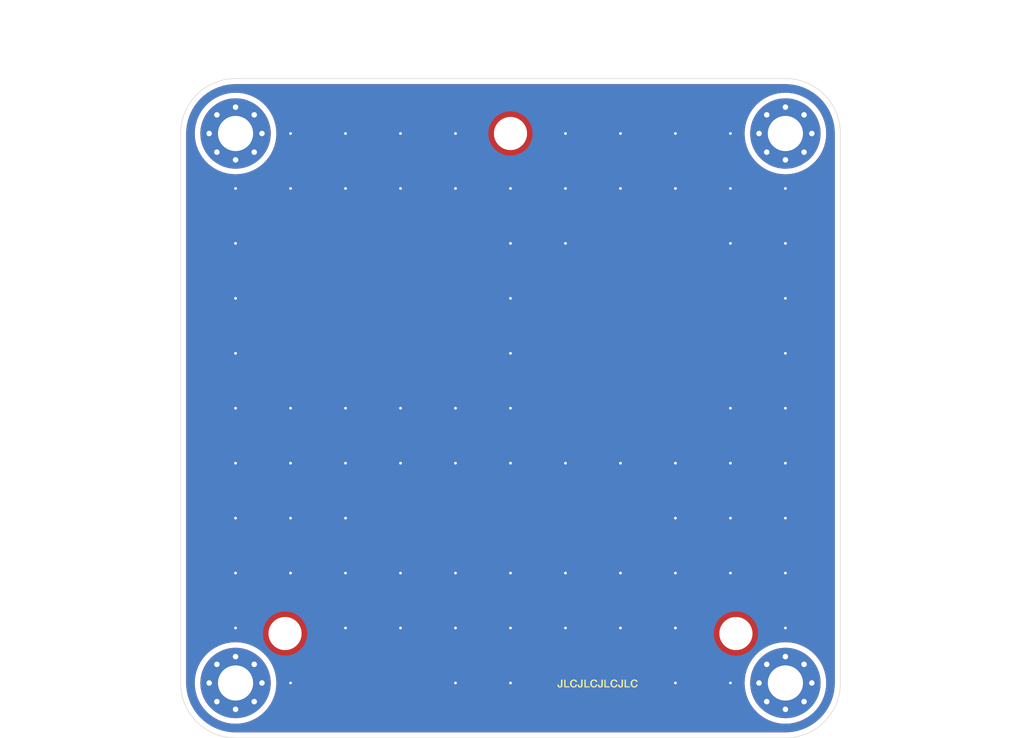
<source format=kicad_pcb>
(kicad_pcb (version 20211014) (generator pcbnew)
  (layers (0 "F.Cu" signal) (31 "B.Cu" signal) (34 "B.Paste" user) (35 "F.Paste" user) (36 "B.SilkS" user "B.Silkscreen") (37 "F.SilkS" user "F.Silkscreen") (38 "B.Mask" user) (39 "F.Mask" user) (44 "Edge.Cuts" user))
  (net 0 "")
  (net 1 "GND")
  (footprint "Franz-Lib:MountingHole_3.2mm_M3_Pad_Via_NoSilk" (layer "F.Cu") (at 123 122)
    (fp_text reference "H4" hide)
    (fp_text value "M3" hide)
    (pad "1" thru_hole circle (at 0 2.4) (size 0.8 0.8) (drill 0.5) (layers *.Cu *.Mask))
    (pad "1" thru_hole circle (at -1.697056 1.697056) (size 0.8 0.8) (drill 0.5) (layers *.Cu *.Mask))
    (pad "1" thru_hole circle (at -1.697056 -1.697056) (size 0.8 0.8) (drill 0.5) (layers *.Cu *.Mask))
    (pad "1" thru_hole circle (at 1.697056 1.697056) (size 0.8 0.8) (drill 0.5) (layers *.Cu *.Mask))
    (pad "1" thru_hole circle (at -2.4 0) (size 0.8 0.8) (drill 0.5) (layers *.Cu *.Mask))
    (pad "1" thru_hole circle (at 1.697056 -1.697056) (size 0.8 0.8) (drill 0.5) (layers *.Cu *.Mask))
    (pad "1" thru_hole circle (at 2.4 0) (size 0.8 0.8) (drill 0.5) (layers *.Cu *.Mask))
    (pad "1" thru_hole circle (at 0 0) (size 6.4 6.4) (drill 3.2) (layers *.Cu *.Mask))
    (pad "1" thru_hole circle (at 0 -2.4) (size 0.8 0.8) (drill 0.5) (layers *.Cu *.Mask))
  )
  (footprint "Design-Lib:GNSS-3-T-Mask" (layer "F.Cu") (at 148 97)
    (fp_text reference "G***" hide)
    (fp_text value "LOGO" hide)
  )
  (footprint "Franz-Lib:Mounting_Wuerth_WA-SMSI-M2_H6mm_9774060243" (layer "F.Cu") (at 168.5 117.5)
    (fp_text reference "J3" hide)
    (fp_text value "SMT Threaded Spacer")
    (pad "" np_thru_hole circle (at 0 0) (size 3 3) (drill 3) (layers *.Cu *.Mask))
    (pad "1" smd custom (at 2.075 0) (size 0.75 0.75) (layers "F.Cu" "F.Mask") (net 1 "GND") (options (clearance outline) (anchor circle)) (primitives (gr_circle (center -2.075 0) (end 0 0) (width 1.15))))
    (pad "1" smd circle (at 0 2.075) (size 0.75 0.75) (layers "F.Cu") (net 1 "GND"))
    (pad "1" smd circle (at 0 -2.075) (size 0.75 0.75) (layers "F.Cu") (net 1 "GND"))
    (pad "1" smd circle (at -2.075 0) (size 0.75 0.75) (layers "F.Cu") (net 1 "GND"))
  )
  (footprint "Franz-Lib:MountingHole_3.2mm_M3_Pad_Via_NoSilk" (layer "F.Cu") (at 123 72)
    (fp_text reference "H2" hide)
    (fp_text value "M3" hide)
    (pad "1" thru_hole circle (at -2.4 0) (size 0.8 0.8) (drill 0.5) (layers *.Cu *.Mask))
    (pad "1" thru_hole circle (at 0 0) (size 6.4 6.4) (drill 3.2) (layers *.Cu *.Mask))
    (pad "1" thru_hole circle (at 1.697056 1.697056) (size 0.8 0.8) (drill 0.5) (layers *.Cu *.Mask))
    (pad "1" thru_hole circle (at 0 2.4) (size 0.8 0.8) (drill 0.5) (layers *.Cu *.Mask))
    (pad "1" thru_hole circle (at -1.697056 -1.697056) (size 0.8 0.8) (drill 0.5) (layers *.Cu *.Mask))
    (pad "1" thru_hole circle (at 0 -2.4) (size 0.8 0.8) (drill 0.5) (layers *.Cu *.Mask))
    (pad "1" thru_hole circle (at 2.4 0) (size 0.8 0.8) (drill 0.5) (layers *.Cu *.Mask))
    (pad "1" thru_hole circle (at 1.697056 -1.697056) (size 0.8 0.8) (drill 0.5) (layers *.Cu *.Mask))
    (pad "1" thru_hole circle (at -1.697056 1.697056) (size 0.8 0.8) (drill 0.5) (layers *.Cu *.Mask))
  )
  (footprint "Franz-Lib:MountingHole_3.2mm_M3_Pad_Via_NoSilk" (layer "F.Cu") (at 173 122)
    (fp_text reference "H3" hide)
    (fp_text value "M3" hide)
    (pad "1" thru_hole circle (at 0 2.4) (size 0.8 0.8) (drill 0.5) (layers *.Cu *.Mask))
    (pad "1" thru_hole circle (at -1.697056 -1.697056) (size 0.8 0.8) (drill 0.5) (layers *.Cu *.Mask))
    (pad "1" thru_hole circle (at 0 0) (size 6.4 6.4) (drill 3.2) (layers *.Cu *.Mask))
    (pad "1" thru_hole circle (at -1.697056 1.697056) (size 0.8 0.8) (drill 0.5) (layers *.Cu *.Mask))
    (pad "1" thru_hole circle (at 0 -2.4) (size 0.8 0.8) (drill 0.5) (layers *.Cu *.Mask))
    (pad "1" thru_hole circle (at 2.4 0) (size 0.8 0.8) (drill 0.5) (layers *.Cu *.Mask))
    (pad "1" thru_hole circle (at 1.697056 1.697056) (size 0.8 0.8) (drill 0.5) (layers *.Cu *.Mask))
    (pad "1" thru_hole circle (at 1.697056 -1.697056) (size 0.8 0.8) (drill 0.5) (layers *.Cu *.Mask))
    (pad "1" thru_hole circle (at -2.4 0) (size 0.8 0.8) (drill 0.5) (layers *.Cu *.Mask))
  )
  (footprint "Franz-Lib:Mounting_Wuerth_WA-SMSI-M2_H6mm_9774060243" (layer "F.Cu") (at 148 72)
    (fp_text reference "J1" hide)
    (fp_text value "SMT Threaded Spacer")
    (pad "" np_thru_hole circle (at 0 0) (size 3 3) (drill 3) (layers *.Cu *.Mask))
    (pad "1" smd custom (at 2.075 0) (size 0.75 0.75) (layers "F.Cu" "F.Mask") (net 1 "GND") (options (clearance outline) (anchor circle)) (primitives (gr_circle (center -2.075 0) (end 0 0) (width 1.15))))
    (pad "1" smd circle (at 0 -2.075) (size 0.75 0.75) (layers "F.Cu") (net 1 "GND"))
    (pad "1" smd circle (at -2.075 0) (size 0.75 0.75) (layers "F.Cu") (net 1 "GND"))
    (pad "1" smd circle (at 0 2.075) (size 0.75 0.75) (layers "F.Cu") (net 1 "GND"))
  )
  (footprint "Design-Lib:GNSS-3-T-Silk" (layer "F.Cu") (at 148 97)
    (fp_text reference "G***" hide)
    (fp_text value "LOGO" hide)
    (fp_poly (pts (xy 11.375957 24.694211) (xy 11.46064 24.732013) (xy 11.523505 24.790856) (xy 11.537059 24.813067) (xy 11.561304 24.867994) (xy 11.560226 24.898025) (xy 11.531204 24.91007) (xy 11.499702 24.911538) (xy 11.448146 24.904456) (xy 11.422949 24.879688) (xy 11.420163 24.872247) (xy 11.387949 24.827999) (xy 11.331121 24.795344) (xy 11.263806 24.780755) (xy 11.225598 24.783108) (xy 11.167358 24.80616) (xy 11.115632 24.84502) (xy 11.115625 24.845027) (xy 11.091443 24.875322) (xy 11.077242 24.909681) (xy 11.070467 24.959201) (xy 11.068562 25.034975) (xy 11.068539 25.049438) (xy 11.069774 25.129268) (xy 11.075278 25.181087) (xy 11.087747 25.21593) (xy 11.109878 25.244831) (xy 11.118435 25.253623) (xy 11.173334 25.291605) (xy 11.237324 25.314694) (xy 11.239644 25.315092) (xy 11.290578 25.318363) (xy 11.329472 25.303205) (xy 11.370479 25.267143) (xy 11.407793 25.220805) (xy 11.428508 25.177557) (xy 11.43 25.167041) (xy 11.437112 25.139199) (xy 11.465549 25.127915) (xy 11.498385 25.126461) (xy 11.545904 25.133216) (xy 11.565478 25.156345) (xy 11.557826 25.200145) (xy 11.523662 25.268911) (xy 11.522487 25.270966) (xy 11.456623 25.349672) (xy 11.37032 25.399737) (xy 11.271548 25.419348) (xy 11.168279 25.406696) (xy 11.084889 25.370412) (xy 11.005785 25.302019) (xy 10.952406 25.21256) (xy 10.924728 25.110225) (xy 10.922726 25.003201) (xy 10.946377 24.899677) (xy 10.995657 24.807842) (xy 11.070541 24.735885) (xy 11.086786 24.725647) (xy 11.179452 24.689168) (xy 11.279035 24.67931)) (layer "F.SilkS") (width 0) (fill solid))
    (fp_poly (pts (xy 10.235023 25.001094) (xy 10.228385 25.305572) (xy 10.164577 25.362555) (xy 10.090398 25.406014) (xy 10.004129 25.422207) (xy 9.919223 25.410382) (xy 9.860462 25.379573) (xy 9.820267 25.330577) (xy 9.787578 25.260703) (xy 9.770324 25.18815) (xy 9.76934 25.170423) (xy 9.787043 25.152897) (xy 9.834946 25.146013) (xy 9.837616 25.146) (xy 9.884136 25.149906) (xy 9.903117 25.166466) (xy 9.906 25.190499) (xy 9.918734 25.245829) (xy 9.950268 25.2935) (xy 9.990602 25.320025) (xy 10.003405 25.321846) (xy 10.039 25.317558) (xy 10.064926 25.301263) (xy 10.082652 25.267813) (xy 10.093647 25.21206) (xy 10.09938 25.128857) (xy 10.10132 25.013056) (xy 10.101385 24.978527) (xy 10.101385 24.696615) (xy 10.241661 24.696615)) (layer "F.SilkS") (width 0) (fill solid))
    (fp_poly (pts (xy 7.702726 24.694211) (xy 7.787409 24.732013) (xy 7.850274 24.790856) (xy 7.863829 24.813067) (xy 7.888073 24.867994) (xy 7.886995 24.898025) (xy 7.857973 24.91007) (xy 7.826471 24.911538) (xy 7.774915 24.904456) (xy 7.749718 24.879688) (xy 7.746932 24.872247) (xy 7.714718 24.827999) (xy 7.65789 24.795344) (xy 7.590576 24.780755) (xy 7.552367 24.783108) (xy 7.494127 24.80616) (xy 7.442401 24.84502) (xy 7.442394 24.845027) (xy 7.418212 24.875322) (xy 7.404011 24.909681) (xy 7.397236 24.959201) (xy 7.395332 25.034975) (xy 7.395308 25.049438) (xy 7.396544 25.129268) (xy 7.402048 25.181087) (xy 7.414517 25.21593) (xy 7.436647 25.244831) (xy 7.445204 25.253623) (xy 7.500103 25.291605) (xy 7.564093 25.314694) (xy 7.566413 25.315092) (xy 7.617347 25.318363) (xy 7.656241 25.303205) (xy 7.697248 25.267143) (xy 7.734562 25.220805) (xy 7.755277 25.177557) (xy 7.75677 25.167041) (xy 7.763881 25.139199) (xy 7.792319 25.127915) (xy 7.825154 25.126461) (xy 7.872673 25.133216) (xy 7.892248 25.156345) (xy 7.884595 25.200145) (xy 7.850431 25.268911) (xy 7.849256 25.270966) (xy 7.783392 25.349672) (xy 7.697089 25.399737) (xy 7.598317 25.419348) (xy 7.495048 25.406696) (xy 7.411659 25.370412) (xy 7.332555 25.302019) (xy 7.279175 25.21256) (xy 7.251497 25.110225) (xy 7.249495 25.003201) (xy 7.273146 24.899677) (xy 7.322426 24.807842) (xy 7.39731 24.735885) (xy 7.413555 24.725647) (xy 7.506221 24.689168) (xy 7.605804 24.67931)) (layer "F.SilkS") (width 0) (fill solid))
    (fp_poly (pts (xy 6.561792 25.001094) (xy 6.555154 25.305572) (xy 6.491346 25.362555) (xy 6.417168 25.406014) (xy 6.330899 25.422207) (xy 6.245993 25.410382) (xy 6.187231 25.379573) (xy 6.147036 25.330577) (xy 6.114347 25.260703) (xy 6.097093 25.18815) (xy 6.096109 25.170423) (xy 6.113812 25.152897) (xy 6.161715 25.146013) (xy 6.164385 25.146) (xy 6.210905 25.149906) (xy 6.229887 25.166466) (xy 6.23277 25.190499) (xy 6.245503 25.245829) (xy 6.277037 25.2935) (xy 6.317371 25.320025) (xy 6.330174 25.321846) (xy 6.365769 25.317558) (xy 6.391695 25.301263) (xy 6.409421 25.267813) (xy 6.420416 25.21206) (xy 6.42615 25.128857) (xy 6.42809 25.013056) (xy 6.428154 24.978527) (xy 6.428154 24.696615) (xy 6.568431 24.696615)) (layer "F.SilkS") (width 0) (fill solid))
    (fp_poly (pts (xy 5.866111 24.694211) (xy 5.950794 24.732013) (xy 6.013659 24.790856) (xy 6.027213 24.813067) (xy 6.051458 24.867994) (xy 6.05038 24.898025) (xy 6.021357 24.91007) (xy 5.989856 24.911538) (xy 5.9383 24.904456) (xy 5.913103 24.879688) (xy 5.910317 24.872247) (xy 5.878103 24.827999) (xy 5.821275 24.795344) (xy 5.75396 24.780755) (xy 5.715752 24.783108) (xy 5.657512 24.80616) (xy 5.605786 24.84502) (xy 5.605779 24.845027) (xy 5.581597 24.875322) (xy 5.567396 24.909681) (xy 5.560621 24.959201) (xy 5.558716 25.034975) (xy 5.558693 25.049438) (xy 5.559928 25.129268) (xy 5.565432 25.181087) (xy 5.577901 25.21593) (xy 5.600032 25.244831) (xy 5.608589 25.253623) (xy 5.663488 25.291605) (xy 5.727478 25.314694) (xy 5.729798 25.315092) (xy 5.780732 25.318363) (xy 5.819626 25.303205) (xy 5.860632 25.267143) (xy 5.897947 25.220805) (xy 5.918661 25.177557) (xy 5.920154 25.167041) (xy 5.927265 25.139199) (xy 5.955703 25.127915) (xy 5.988539 25.126461) (xy 6.036058 25.133216) (xy 6.055632 25.156345) (xy 6.047979 25.200145) (xy 6.013816 25.268911) (xy 6.012641 25.270966) (xy 5.946777 25.349672) (xy 5.860474 25.399737) (xy 5.761702 25.419348) (xy 5.658432 25.406696) (xy 5.575043 25.370412) (xy 5.495939 25.302019) (xy 5.44256 25.21256) (xy 5.414882 25.110225) (xy 5.41288 25.003201) (xy 5.436531 24.899677) (xy 5.485811 24.807842) (xy 5.560695 24.735885) (xy 5.57694 24.725647) (xy 5.669606 24.689168) (xy 5.769189 24.67931)) (layer "F.SilkS") (width 0) (fill solid))
    (fp_poly (pts (xy 9.539342 24.694211) (xy 9.624024 24.732013) (xy 9.686889 24.790856) (xy 9.700444 24.813067) (xy 9.724689 24.867994) (xy 9.723611 24.898025) (xy 9.694588 24.91007) (xy 9.663086 24.911538) (xy 9.611531 24.904456) (xy 9.586334 24.879688) (xy 9.583548 24.872247) (xy 9.551333 24.827999) (xy 9.494506 24.795344) (xy 9.427191 24.780755) (xy 9.388982 24.783108) (xy 9.330742 24.80616) (xy 9.279016 24.84502) (xy 9.27901 24.845027) (xy 9.254827 24.875322) (xy 9.240627 24.909681) (xy 9.233852 24.959201) (xy 9.231947 25.034975) (xy 9.231924 25.049438) (xy 9.233159 25.129268) (xy 9.238663 25.181087) (xy 9.251132 25.21593) (xy 9.273262 25.244831) (xy 9.28182 25.253623) (xy 9.336719 25.291605) (xy 9.400708 25.314694) (xy 9.403029 25.315092) (xy 9.453963 25.318363) (xy 9.492857 25.303205) (xy 9.533863 25.267143) (xy 9.571178 25.220805) (xy 9.591892 25.177557) (xy 9.593385 25.167041) (xy 9.600496 25.139199) (xy 9.628934 25.127915) (xy 9.66177 25.126461) (xy 9.709288 25.133216) (xy 9.728863 25.156345) (xy 9.72121 25.200145) (xy 9.687047 25.268911) (xy 9.685871 25.270966) (xy 9.620008 25.349672) (xy 9.533705 25.399737) (xy 9.434933 25.419348) (xy 9.331663 25.406696) (xy 9.248274 25.370412) (xy 9.16917 25.302019) (xy 9.115791 25.21256) (xy 9.088112 25.110225) (xy 9.086111 25.003201) (xy 9.109762 24.899677) (xy 9.159041 24.807842) (xy 9.233925 24.735885) (xy 9.250171 24.725647) (xy 9.342837 24.689168) (xy 9.44242 24.67931)) (layer "F.SilkS") (width 0) (fill solid))
    (fp_poly (pts (xy 8.655539 25.302308) (xy 8.841154 25.302308) (xy 8.927143 25.302647) (xy 8.981375 25.304948) (xy 9.011169 25.311139) (xy 9.023845 25.323145) (xy 9.026723 25.342891) (xy 9.02677 25.351154) (xy 9.02677 25.4) (xy 8.538308 25.4) (xy 8.538308 24.696615) (xy 8.655539 24.696615)) (layer "F.SilkS") (width 0) (fill solid))
    (fp_poly (pts (xy 5.001847 25.302308) (xy 5.187462 25.302308) (xy 5.273451 25.302647) (xy 5.327683 25.304948) (xy 5.357477 25.311139) (xy 5.370153 25.323145) (xy 5.37303 25.342891) (xy 5.373077 25.351154) (xy 5.373077 25.4) (xy 4.884616 25.4) (xy 4.884616 24.696615) (xy 5.001847 24.696615)) (layer "F.SilkS") (width 0) (fill solid))
    (fp_poly (pts (xy 4.725177 25.001094) (xy 4.718539 25.305572) (xy 4.654731 25.362555) (xy 4.580552 25.406014) (xy 4.494283 25.422207) (xy 4.409377 25.410382) (xy 4.350616 25.379573) (xy 4.310421 25.330577) (xy 4.277732 25.260703) (xy 4.260478 25.18815) (xy 4.259494 25.170423) (xy 4.277197 25.152897) (xy 4.3251 25.146013) (xy 4.32777 25.146) (xy 4.37429 25.149906) (xy 4.393271 25.166466) (xy 4.396154 25.190499) (xy 4.408888 25.245829) (xy 4.440422 25.2935) (xy 4.480755 25.320025) (xy 4.493559 25.321846) (xy 4.529154 25.317558) (xy 4.55508 25.301263) (xy 4.572806 25.267813) (xy 4.583801 25.21206) (xy 4.589534 25.128857) (xy 4.591474 25.013056) (xy 4.591539 24.978527) (xy 4.591539 24.696615) (xy 4.731815 24.696615)) (layer "F.SilkS") (width 0) (fill solid))
    (fp_poly (pts (xy 10.492154 25.302308) (xy 10.67777 25.302308) (xy 10.763759 25.302647) (xy 10.81799 25.304948) (xy 10.847784 25.311139) (xy 10.86046 25.323145) (xy 10.863338 25.342891) (xy 10.863385 25.351154) (xy 10.863385 25.4) (xy 10.374924 25.4) (xy 10.374924 24.696615) (xy 10.492154 24.696615)) (layer "F.SilkS") (width 0) (fill solid))
    (fp_poly (pts (xy 8.398408 25.001094) (xy 8.39177 25.305572) (xy 8.327961 25.362555) (xy 8.253783 25.406014) (xy 8.167514 25.422207) (xy 8.082608 25.410382) (xy 8.023847 25.379573) (xy 7.983651 25.330577) (xy 7.950963 25.260703) (xy 7.933709 25.18815) (xy 7.932725 25.170423) (xy 7.950428 25.152897) (xy 7.998331 25.146013) (xy 8.001 25.146) (xy 8.047521 25.149906) (xy 8.066502 25.166466) (xy 8.069385 25.190499) (xy 8.082119 25.245829) (xy 8.113653 25.2935) (xy 8.153986 25.320025) (xy 8.16679 25.321846) (xy 8.202385 25.317558) (xy 8.228311 25.301263) (xy 8.246037 25.267813) (xy 8.257032 25.21206) (xy 8.262765 25.128857) (xy 8.264705 25.013056) (xy 8.26477 24.978527) (xy 8.26477 24.696615) (xy 8.405046 24.696615)) (layer "F.SilkS") (width 0) (fill solid))
    (fp_poly (pts (xy 6.838462 25.302308) (xy 7.024077 25.302308) (xy 7.110066 25.302647) (xy 7.164298 25.304948) (xy 7.194092 25.311139) (xy 7.206768 25.323145) (xy 7.209646 25.342891) (xy 7.209693 25.351154) (xy 7.209693 25.4) (xy 6.721231 25.4) (xy 6.721231 24.696615) (xy 6.838462 24.696615)) (layer "F.SilkS") (width 0) (fill solid))
  )
  (footprint "Franz-Lib:MountingHole_3.2mm_M3_Pad_Via_NoSilk" (layer "F.Cu") (at 173 72)
    (fp_text reference "H1" hide)
    (fp_text value "M3" hide)
    (pad "1" thru_hole circle (at 1.697056 -1.697056) (size 0.8 0.8) (drill 0.5) (layers *.Cu *.Mask))
    (pad "1" thru_hole circle (at 0 2.4) (size 0.8 0.8) (drill 0.5) (layers *.Cu *.Mask))
    (pad "1" thru_hole circle (at -1.697056 1.697056) (size 0.8 0.8) (drill 0.5) (layers *.Cu *.Mask))
    (pad "1" thru_hole circle (at 1.697056 1.697056) (size 0.8 0.8) (drill 0.5) (layers *.Cu *.Mask))
    (pad "1" thru_hole circle (at -1.697056 -1.697056) (size 0.8 0.8) (drill 0.5) (layers *.Cu *.Mask))
    (pad "1" thru_hole circle (at 0 0) (size 6.4 6.4) (drill 3.2) (layers *.Cu *.Mask))
    (pad "1" thru_hole circle (at 2.4 0) (size 0.8 0.8) (drill 0.5) (layers *.Cu *.Mask))
    (pad "1" thru_hole circle (at 0 -2.4) (size 0.8 0.8) (drill 0.5) (layers *.Cu *.Mask))
    (pad "1" thru_hole circle (at -2.4 0) (size 0.8 0.8) (drill 0.5) (layers *.Cu *.Mask))
  )
  (footprint "Franz-Lib:Mounting_Wuerth_WA-SMSI-M2_H6mm_9774060243" (layer "F.Cu") (at 127.5 117.5)
    (fp_text reference "J2" hide)
    (fp_text value "SMT Threaded Spacer")
    (pad "" np_thru_hole circle (at 0 0) (size 3 3) (drill 3) (layers *.Cu *.Mask))
    (pad "1" smd circle (at 0 -2.075) (size 0.75 0.75) (layers "F.Cu") (net 1 "GND"))
    (pad "1" smd circle (at -2.075 0) (size 0.75 0.75) (layers "F.Cu") (net 1 "GND"))
    (pad "1" smd circle (at 0 2.075) (size 0.75 0.75) (layers "F.Cu") (net 1 "GND"))
    (pad "1" smd custom (at 2.075 0) (size 0.75 0.75) (layers "F.Cu" "F.Mask") (net 1 "GND") (options (clearance outline) (anchor circle)) (primitives (gr_circle (center -2.075 0) (end 0 0) (width 1.15))))
  )
  (gr_line (start 123 67) (end 173 67) (layer "Edge.Cuts") (width 0.05))
  (gr_arc (start 118 72) (mid 119.464466 68.464466) (end 123 67) (layer "Edge.Cuts") (width 0.05))
  (gr_line (start 178 72) (end 178 122) (layer "Edge.Cuts") (width 0.05))
  (gr_arc (start 173 67) (mid 176.535534 68.464466) (end 178 72) (layer "Edge.Cuts") (width 0.05))
  (gr_arc (start 178 122) (mid 176.535534 125.535534) (end 173 127) (layer "Edge.Cuts") (width 0.05))
  (gr_line (start 118 122) (end 118 72) (layer "Edge.Cuts") (width 0.05))
  (gr_arc (start 123 127) (mid 119.464466 125.535534) (end 118 122) (layer "Edge.Cuts") (width 0.05))
  (gr_line (start 173 127) (end 123 127) (layer "Edge.Cuts") (width 0.05))
  (via (at 153 82) (size 0.55) (drill 0.25) (layers "F.Cu" "B.Cu") (net 1))
  (via (at 123 107) (size 0.55) (drill 0.25) (layers "F.Cu" "B.Cu") (net 1))
  (via (at 163 102) (size 0.55) (drill 0.25) (layers "F.Cu" "B.Cu") (net 1))
  (via (at 138 77) (size 0.55) (drill 0.25) (layers "F.Cu" "B.Cu") (net 1))
  (via (at 168 102) (size 0.55) (drill 0.25) (layers "F.Cu" "B.Cu") (net 1))
  (via (at 163 77) (size 0.55) (drill 0.25) (layers "F.Cu" "B.Cu") (net 1))
  (via (at 123 97) (size 0.55) (drill 0.25) (layers "F.Cu" "B.Cu") (net 1))
  (via (at 123 112) (size 0.55) (drill 0.25) (layers "F.Cu" "B.Cu") (net 1))
  (via (at 133 112) (size 0.55) (drill 0.25) (layers "F.Cu" "B.Cu") (net 1))
  (via (at 128 72) (size 0.55) (drill 0.25) (layers "F.Cu" "B.Cu") (net 1))
  (via (at 143 72) (size 0.55) (drill 0.25) (layers "F.Cu" "B.Cu") (net 1))
  (via (at 153 102) (size 0.55) (drill 0.25) (layers "F.Cu" "B.Cu") (net 1))
  (via (at 138 102) (size 0.55) (drill 0.25) (layers "F.Cu" "B.Cu") (net 1))
  (via (at 168 97) (size 0.55) (drill 0.25) (layers "F.Cu" "B.Cu") (net 1))
  (via (at 133 72) (size 0.55) (drill 0.25) (layers "F.Cu" "B.Cu") (net 1))
  (via (at 148 77) (size 0.55) (drill 0.25) (layers "F.Cu" "B.Cu") (net 1))
  (via (at 173 107) (size 0.55) (drill 0.25) (layers "F.Cu" "B.Cu") (net 1))
  (via (at 128 102) (size 0.55) (drill 0.25) (layers "F.Cu" "B.Cu") (net 1))
  (via (at 163 117) (size 0.55) (drill 0.25) (layers "F.Cu" "B.Cu") (net 1))
  (via (at 168 72) (size 0.55) (drill 0.25) (layers "F.Cu" "B.Cu") (net 1))
  (via (at 158 102) (size 0.55) (drill 0.25) (layers "F.Cu" "B.Cu") (net 1))
  (via (at 123 102) (size 0.55) (drill 0.25) (layers "F.Cu" "B.Cu") (net 1))
  (via (at 143 97) (size 0.55) (drill 0.25) (layers "F.Cu" "B.Cu") (net 1))
  (via (at 168 122) (size 0.55) (drill 0.25) (layers "F.Cu" "B.Cu") (net 1))
  (via (at 148 117) (size 0.55) (drill 0.25) (layers "F.Cu" "B.Cu") (net 1))
  (via (at 168 77) (size 0.55) (drill 0.25) (layers "F.Cu" "B.Cu") (net 1))
  (via (at 148 102) (size 0.55) (drill 0.25) (layers "F.Cu" "B.Cu") (net 1))
  (via (at 143 122) (size 0.55) (drill 0.25) (layers "F.Cu" "B.Cu") (net 1))
  (via (at 128 112) (size 0.55) (drill 0.25) (layers "F.Cu" "B.Cu") (net 1))
  (via (at 128 97) (size 0.55) (drill 0.25) (layers "F.Cu" "B.Cu") (net 1))
  (via (at 148 122) (size 0.55) (drill 0.25) (layers "F.Cu" "B.Cu") (net 1))
  (via (at 148 112) (size 0.55) (drill 0.25) (layers "F.Cu" "B.Cu") (net 1))
  (via (at 138 72) (size 0.55) (drill 0.25) (layers "F.Cu" "B.Cu") (net 1))
  (via (at 148 82) (size 0.55) (drill 0.25) (layers "F.Cu" "B.Cu") (net 1))
  (via (at 168 107) (size 0.55) (drill 0.25) (layers "F.Cu" "B.Cu") (net 1))
  (via (at 143 112) (size 0.55) (drill 0.25) (layers "F.Cu" "B.Cu") (net 1))
  (via (at 153 72) (size 0.55) (drill 0.25) (layers "F.Cu" "B.Cu") (net 1))
  (via (at 143 117) (size 0.55) (drill 0.25) (layers "F.Cu" "B.Cu") (net 1))
  (via (at 173 117) (size 0.55) (drill 0.25) (layers "F.Cu" "B.Cu") (net 1))
  (via (at 153 112) (size 0.55) (drill 0.25) (layers "F.Cu" "B.Cu") (net 1))
  (via (at 163 112) (size 0.55) (drill 0.25) (layers "F.Cu" "B.Cu") (net 1))
  (via (at 163 122) (size 0.55) (drill 0.25) (layers "F.Cu" "B.Cu") (net 1))
  (via (at 163 72) (size 0.55) (drill 0.25) (layers "F.Cu" "B.Cu") (net 1))
  (via (at 173 77) (size 0.55) (drill 0.25) (layers "F.Cu" "B.Cu") (net 1))
  (via (at 173 112) (size 0.55) (drill 0.25) (layers "F.Cu" "B.Cu") (net 1))
  (via (at 143 102) (size 0.55) (drill 0.25) (layers "F.Cu" "B.Cu") (net 1))
  (via (at 133 107) (size 0.55) (drill 0.25) (layers "F.Cu" "B.Cu") (net 1))
  (via (at 158 72) (size 0.55) (drill 0.25) (layers "F.Cu" "B.Cu") (net 1))
  (via (at 123 92) (size 0.55) (drill 0.25) (layers "F.Cu" "B.Cu") (net 1))
  (via (at 173 102) (size 0.55) (drill 0.25) (layers "F.Cu" "B.Cu") (net 1))
  (via (at 173 97) (size 0.55) (drill 0.25) (layers "F.Cu" "B.Cu") (net 1))
  (via (at 173 87) (size 0.55) (drill 0.25) (layers "F.Cu" "B.Cu") (net 1))
  (via (at 133 117) (size 0.55) (drill 0.25) (layers "F.Cu" "B.Cu") (net 1))
  (via (at 133 102) (size 0.55) (drill 0.25) (layers "F.Cu" "B.Cu") (net 1))
  (via (at 128 122) (size 0.55) (drill 0.25) (layers "F.Cu" "B.Cu") (net 1))
  (via (at 138 117) (size 0.55) (drill 0.25) (layers "F.Cu" "B.Cu") (net 1))
  (via (at 133 97) (size 0.55) (drill 0.25) (layers "F.Cu" "B.Cu") (net 1))
  (via (at 158 77) (size 0.55) (drill 0.25) (layers "F.Cu" "B.Cu") (net 1))
  (via (at 128 107) (size 0.55) (drill 0.25) (layers "F.Cu" "B.Cu") (net 1))
  (via (at 168 82) (size 0.55) (drill 0.25) (layers "F.Cu" "B.Cu") (net 1))
  (via (at 123 82) (size 0.55) (drill 0.25) (layers "F.Cu" "B.Cu") (net 1))
  (via (at 148 92) (size 0.55) (drill 0.25) (layers "F.Cu" "B.Cu") (net 1))
  (via (at 123 77) (size 0.55) (drill 0.25) (layers "F.Cu" "B.Cu") (net 1))
  (via (at 138 97) (size 0.55) (drill 0.25) (layers "F.Cu" "B.Cu") (net 1))
  (via (at 133 77) (size 0.55) (drill 0.25) (layers "F.Cu" "B.Cu") (net 1))
  (via (at 138 112) (size 0.55) (drill 0.25) (layers "F.Cu" "B.Cu") (net 1))
  (via (at 173 82) (size 0.55) (drill 0.25) (layers "F.Cu" "B.Cu") (net 1))
  (via (at 168 112) (size 0.55) (drill 0.25) (layers "F.Cu" "B.Cu") (net 1))
  (via (at 153 77) (size 0.55) (drill 0.25) (layers "F.Cu" "B.Cu") (net 1))
  (via (at 173 92) (size 0.55) (drill 0.25) (layers "F.Cu" "B.Cu") (net 1))
  (via (at 158 117) (size 0.55) (drill 0.25) (layers "F.Cu" "B.Cu") (net 1))
  (via (at 153 117) (size 0.55) (drill 0.25) (layers "F.Cu" "B.Cu") (net 1))
  (via (at 123 87) (size 0.55) (drill 0.25) (layers "F.Cu" "B.Cu") (net 1))
  (via (at 123 117) (size 0.55) (drill 0.25) (layers "F.Cu" "B.Cu") (net 1))
  (via (at 158 112) (size 0.55) (drill 0.25) (layers "F.Cu" "B.Cu") (net 1))
  (via (at 163 107) (size 0.55) (drill 0.25) (layers "F.Cu" "B.Cu") (net 1))
  (via (at 148 97) (size 0.55) (drill 0.25) (layers "F.Cu" "B.Cu") (net 1))
  (via (at 128 77) (size 0.55) (drill 0.25) (layers "F.Cu" "B.Cu") (net 1))
  (via (at 148 87) (size 0.55) (drill 0.25) (layers "F.Cu" "B.Cu") (net 1))
  (via (at 143 77) (size 0.55) (drill 0.25) (layers "F.Cu" "B.Cu") (net 1))
  (zone (net 1) (net_name "GND") (layers F&B.Cu) (connect_pads yes (clearance 0.508)) (min_thickness 0.254) (fill yes (thermal_gap 0.508) (thermal_bridge_width 0.508))
    (polygon (pts (xy 178 127) (xy 118 127) (xy 118 67) (xy 178 67)))
  )
)
</source>
